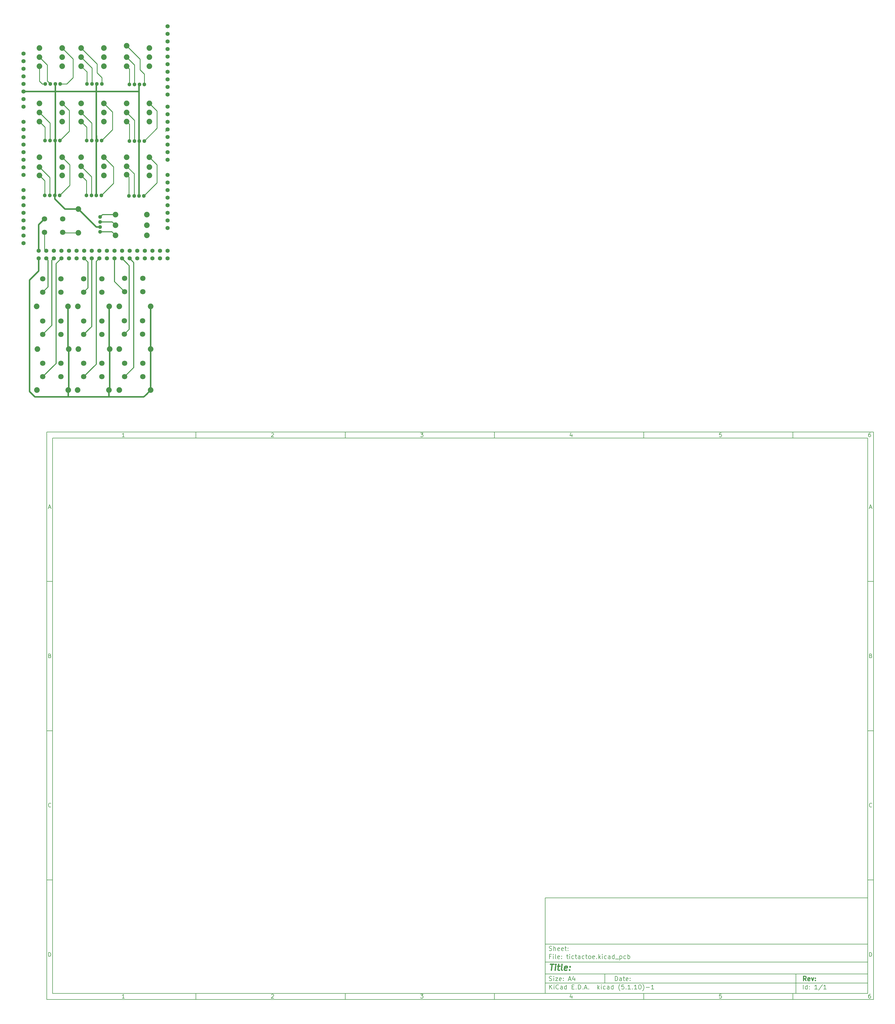
<source format=gbr>
%TF.GenerationSoftware,KiCad,Pcbnew,(5.1.10)-1*%
%TF.CreationDate,2021-10-16T16:01:45-05:00*%
%TF.ProjectId,tictactoe,74696374-6163-4746-9f65-2e6b69636164,rev?*%
%TF.SameCoordinates,Original*%
%TF.FileFunction,Copper,L2,Bot*%
%TF.FilePolarity,Positive*%
%FSLAX46Y46*%
G04 Gerber Fmt 4.6, Leading zero omitted, Abs format (unit mm)*
G04 Created by KiCad (PCBNEW (5.1.10)-1) date 2021-10-16 16:01:45*
%MOMM*%
%LPD*%
G01*
G04 APERTURE LIST*
%ADD10C,0.100000*%
%ADD11C,0.150000*%
%ADD12C,0.300000*%
%ADD13C,0.400000*%
%TA.AperFunction,ViaPad*%
%ADD14C,1.879600*%
%TD*%
%TA.AperFunction,ViaPad*%
%ADD15C,1.800000*%
%TD*%
%TA.AperFunction,ViaPad*%
%ADD16C,1.300000*%
%TD*%
%TA.AperFunction,ViaPad*%
%ADD17C,1.422400*%
%TD*%
%TA.AperFunction,Conductor*%
%ADD18C,0.500000*%
%TD*%
%TA.AperFunction,Conductor*%
%ADD19C,0.300000*%
%TD*%
%TA.AperFunction,Conductor*%
%ADD20C,0.250000*%
%TD*%
G04 APERTURE END LIST*
D10*
D11*
X177002200Y-166007200D02*
X177002200Y-198007200D01*
X285002200Y-198007200D01*
X285002200Y-166007200D01*
X177002200Y-166007200D01*
D10*
D11*
X10000000Y-10000000D02*
X10000000Y-200007200D01*
X287002200Y-200007200D01*
X287002200Y-10000000D01*
X10000000Y-10000000D01*
D10*
D11*
X12000000Y-12000000D02*
X12000000Y-198007200D01*
X285002200Y-198007200D01*
X285002200Y-12000000D01*
X12000000Y-12000000D01*
D10*
D11*
X60000000Y-12000000D02*
X60000000Y-10000000D01*
D10*
D11*
X110000000Y-12000000D02*
X110000000Y-10000000D01*
D10*
D11*
X160000000Y-12000000D02*
X160000000Y-10000000D01*
D10*
D11*
X210000000Y-12000000D02*
X210000000Y-10000000D01*
D10*
D11*
X260000000Y-12000000D02*
X260000000Y-10000000D01*
D10*
D11*
X36065476Y-11588095D02*
X35322619Y-11588095D01*
X35694047Y-11588095D02*
X35694047Y-10288095D01*
X35570238Y-10473809D01*
X35446428Y-10597619D01*
X35322619Y-10659523D01*
D10*
D11*
X85322619Y-10411904D02*
X85384523Y-10350000D01*
X85508333Y-10288095D01*
X85817857Y-10288095D01*
X85941666Y-10350000D01*
X86003571Y-10411904D01*
X86065476Y-10535714D01*
X86065476Y-10659523D01*
X86003571Y-10845238D01*
X85260714Y-11588095D01*
X86065476Y-11588095D01*
D10*
D11*
X135260714Y-10288095D02*
X136065476Y-10288095D01*
X135632142Y-10783333D01*
X135817857Y-10783333D01*
X135941666Y-10845238D01*
X136003571Y-10907142D01*
X136065476Y-11030952D01*
X136065476Y-11340476D01*
X136003571Y-11464285D01*
X135941666Y-11526190D01*
X135817857Y-11588095D01*
X135446428Y-11588095D01*
X135322619Y-11526190D01*
X135260714Y-11464285D01*
D10*
D11*
X185941666Y-10721428D02*
X185941666Y-11588095D01*
X185632142Y-10226190D02*
X185322619Y-11154761D01*
X186127380Y-11154761D01*
D10*
D11*
X236003571Y-10288095D02*
X235384523Y-10288095D01*
X235322619Y-10907142D01*
X235384523Y-10845238D01*
X235508333Y-10783333D01*
X235817857Y-10783333D01*
X235941666Y-10845238D01*
X236003571Y-10907142D01*
X236065476Y-11030952D01*
X236065476Y-11340476D01*
X236003571Y-11464285D01*
X235941666Y-11526190D01*
X235817857Y-11588095D01*
X235508333Y-11588095D01*
X235384523Y-11526190D01*
X235322619Y-11464285D01*
D10*
D11*
X285941666Y-10288095D02*
X285694047Y-10288095D01*
X285570238Y-10350000D01*
X285508333Y-10411904D01*
X285384523Y-10597619D01*
X285322619Y-10845238D01*
X285322619Y-11340476D01*
X285384523Y-11464285D01*
X285446428Y-11526190D01*
X285570238Y-11588095D01*
X285817857Y-11588095D01*
X285941666Y-11526190D01*
X286003571Y-11464285D01*
X286065476Y-11340476D01*
X286065476Y-11030952D01*
X286003571Y-10907142D01*
X285941666Y-10845238D01*
X285817857Y-10783333D01*
X285570238Y-10783333D01*
X285446428Y-10845238D01*
X285384523Y-10907142D01*
X285322619Y-11030952D01*
D10*
D11*
X60000000Y-198007200D02*
X60000000Y-200007200D01*
D10*
D11*
X110000000Y-198007200D02*
X110000000Y-200007200D01*
D10*
D11*
X160000000Y-198007200D02*
X160000000Y-200007200D01*
D10*
D11*
X210000000Y-198007200D02*
X210000000Y-200007200D01*
D10*
D11*
X260000000Y-198007200D02*
X260000000Y-200007200D01*
D10*
D11*
X36065476Y-199595295D02*
X35322619Y-199595295D01*
X35694047Y-199595295D02*
X35694047Y-198295295D01*
X35570238Y-198481009D01*
X35446428Y-198604819D01*
X35322619Y-198666723D01*
D10*
D11*
X85322619Y-198419104D02*
X85384523Y-198357200D01*
X85508333Y-198295295D01*
X85817857Y-198295295D01*
X85941666Y-198357200D01*
X86003571Y-198419104D01*
X86065476Y-198542914D01*
X86065476Y-198666723D01*
X86003571Y-198852438D01*
X85260714Y-199595295D01*
X86065476Y-199595295D01*
D10*
D11*
X135260714Y-198295295D02*
X136065476Y-198295295D01*
X135632142Y-198790533D01*
X135817857Y-198790533D01*
X135941666Y-198852438D01*
X136003571Y-198914342D01*
X136065476Y-199038152D01*
X136065476Y-199347676D01*
X136003571Y-199471485D01*
X135941666Y-199533390D01*
X135817857Y-199595295D01*
X135446428Y-199595295D01*
X135322619Y-199533390D01*
X135260714Y-199471485D01*
D10*
D11*
X185941666Y-198728628D02*
X185941666Y-199595295D01*
X185632142Y-198233390D02*
X185322619Y-199161961D01*
X186127380Y-199161961D01*
D10*
D11*
X236003571Y-198295295D02*
X235384523Y-198295295D01*
X235322619Y-198914342D01*
X235384523Y-198852438D01*
X235508333Y-198790533D01*
X235817857Y-198790533D01*
X235941666Y-198852438D01*
X236003571Y-198914342D01*
X236065476Y-199038152D01*
X236065476Y-199347676D01*
X236003571Y-199471485D01*
X235941666Y-199533390D01*
X235817857Y-199595295D01*
X235508333Y-199595295D01*
X235384523Y-199533390D01*
X235322619Y-199471485D01*
D10*
D11*
X285941666Y-198295295D02*
X285694047Y-198295295D01*
X285570238Y-198357200D01*
X285508333Y-198419104D01*
X285384523Y-198604819D01*
X285322619Y-198852438D01*
X285322619Y-199347676D01*
X285384523Y-199471485D01*
X285446428Y-199533390D01*
X285570238Y-199595295D01*
X285817857Y-199595295D01*
X285941666Y-199533390D01*
X286003571Y-199471485D01*
X286065476Y-199347676D01*
X286065476Y-199038152D01*
X286003571Y-198914342D01*
X285941666Y-198852438D01*
X285817857Y-198790533D01*
X285570238Y-198790533D01*
X285446428Y-198852438D01*
X285384523Y-198914342D01*
X285322619Y-199038152D01*
D10*
D11*
X10000000Y-60000000D02*
X12000000Y-60000000D01*
D10*
D11*
X10000000Y-110000000D02*
X12000000Y-110000000D01*
D10*
D11*
X10000000Y-160000000D02*
X12000000Y-160000000D01*
D10*
D11*
X10690476Y-35216666D02*
X11309523Y-35216666D01*
X10566666Y-35588095D02*
X11000000Y-34288095D01*
X11433333Y-35588095D01*
D10*
D11*
X11092857Y-84907142D02*
X11278571Y-84969047D01*
X11340476Y-85030952D01*
X11402380Y-85154761D01*
X11402380Y-85340476D01*
X11340476Y-85464285D01*
X11278571Y-85526190D01*
X11154761Y-85588095D01*
X10659523Y-85588095D01*
X10659523Y-84288095D01*
X11092857Y-84288095D01*
X11216666Y-84350000D01*
X11278571Y-84411904D01*
X11340476Y-84535714D01*
X11340476Y-84659523D01*
X11278571Y-84783333D01*
X11216666Y-84845238D01*
X11092857Y-84907142D01*
X10659523Y-84907142D01*
D10*
D11*
X11402380Y-135464285D02*
X11340476Y-135526190D01*
X11154761Y-135588095D01*
X11030952Y-135588095D01*
X10845238Y-135526190D01*
X10721428Y-135402380D01*
X10659523Y-135278571D01*
X10597619Y-135030952D01*
X10597619Y-134845238D01*
X10659523Y-134597619D01*
X10721428Y-134473809D01*
X10845238Y-134350000D01*
X11030952Y-134288095D01*
X11154761Y-134288095D01*
X11340476Y-134350000D01*
X11402380Y-134411904D01*
D10*
D11*
X10659523Y-185588095D02*
X10659523Y-184288095D01*
X10969047Y-184288095D01*
X11154761Y-184350000D01*
X11278571Y-184473809D01*
X11340476Y-184597619D01*
X11402380Y-184845238D01*
X11402380Y-185030952D01*
X11340476Y-185278571D01*
X11278571Y-185402380D01*
X11154761Y-185526190D01*
X10969047Y-185588095D01*
X10659523Y-185588095D01*
D10*
D11*
X287002200Y-60000000D02*
X285002200Y-60000000D01*
D10*
D11*
X287002200Y-110000000D02*
X285002200Y-110000000D01*
D10*
D11*
X287002200Y-160000000D02*
X285002200Y-160000000D01*
D10*
D11*
X285692676Y-35216666D02*
X286311723Y-35216666D01*
X285568866Y-35588095D02*
X286002200Y-34288095D01*
X286435533Y-35588095D01*
D10*
D11*
X286095057Y-84907142D02*
X286280771Y-84969047D01*
X286342676Y-85030952D01*
X286404580Y-85154761D01*
X286404580Y-85340476D01*
X286342676Y-85464285D01*
X286280771Y-85526190D01*
X286156961Y-85588095D01*
X285661723Y-85588095D01*
X285661723Y-84288095D01*
X286095057Y-84288095D01*
X286218866Y-84350000D01*
X286280771Y-84411904D01*
X286342676Y-84535714D01*
X286342676Y-84659523D01*
X286280771Y-84783333D01*
X286218866Y-84845238D01*
X286095057Y-84907142D01*
X285661723Y-84907142D01*
D10*
D11*
X286404580Y-135464285D02*
X286342676Y-135526190D01*
X286156961Y-135588095D01*
X286033152Y-135588095D01*
X285847438Y-135526190D01*
X285723628Y-135402380D01*
X285661723Y-135278571D01*
X285599819Y-135030952D01*
X285599819Y-134845238D01*
X285661723Y-134597619D01*
X285723628Y-134473809D01*
X285847438Y-134350000D01*
X286033152Y-134288095D01*
X286156961Y-134288095D01*
X286342676Y-134350000D01*
X286404580Y-134411904D01*
D10*
D11*
X285661723Y-185588095D02*
X285661723Y-184288095D01*
X285971247Y-184288095D01*
X286156961Y-184350000D01*
X286280771Y-184473809D01*
X286342676Y-184597619D01*
X286404580Y-184845238D01*
X286404580Y-185030952D01*
X286342676Y-185278571D01*
X286280771Y-185402380D01*
X286156961Y-185526190D01*
X285971247Y-185588095D01*
X285661723Y-185588095D01*
D10*
D11*
X200434342Y-193785771D02*
X200434342Y-192285771D01*
X200791485Y-192285771D01*
X201005771Y-192357200D01*
X201148628Y-192500057D01*
X201220057Y-192642914D01*
X201291485Y-192928628D01*
X201291485Y-193142914D01*
X201220057Y-193428628D01*
X201148628Y-193571485D01*
X201005771Y-193714342D01*
X200791485Y-193785771D01*
X200434342Y-193785771D01*
X202577200Y-193785771D02*
X202577200Y-193000057D01*
X202505771Y-192857200D01*
X202362914Y-192785771D01*
X202077200Y-192785771D01*
X201934342Y-192857200D01*
X202577200Y-193714342D02*
X202434342Y-193785771D01*
X202077200Y-193785771D01*
X201934342Y-193714342D01*
X201862914Y-193571485D01*
X201862914Y-193428628D01*
X201934342Y-193285771D01*
X202077200Y-193214342D01*
X202434342Y-193214342D01*
X202577200Y-193142914D01*
X203077200Y-192785771D02*
X203648628Y-192785771D01*
X203291485Y-192285771D02*
X203291485Y-193571485D01*
X203362914Y-193714342D01*
X203505771Y-193785771D01*
X203648628Y-193785771D01*
X204720057Y-193714342D02*
X204577200Y-193785771D01*
X204291485Y-193785771D01*
X204148628Y-193714342D01*
X204077200Y-193571485D01*
X204077200Y-193000057D01*
X204148628Y-192857200D01*
X204291485Y-192785771D01*
X204577200Y-192785771D01*
X204720057Y-192857200D01*
X204791485Y-193000057D01*
X204791485Y-193142914D01*
X204077200Y-193285771D01*
X205434342Y-193642914D02*
X205505771Y-193714342D01*
X205434342Y-193785771D01*
X205362914Y-193714342D01*
X205434342Y-193642914D01*
X205434342Y-193785771D01*
X205434342Y-192857200D02*
X205505771Y-192928628D01*
X205434342Y-193000057D01*
X205362914Y-192928628D01*
X205434342Y-192857200D01*
X205434342Y-193000057D01*
D10*
D11*
X177002200Y-194507200D02*
X285002200Y-194507200D01*
D10*
D11*
X178434342Y-196585771D02*
X178434342Y-195085771D01*
X179291485Y-196585771D02*
X178648628Y-195728628D01*
X179291485Y-195085771D02*
X178434342Y-195942914D01*
X179934342Y-196585771D02*
X179934342Y-195585771D01*
X179934342Y-195085771D02*
X179862914Y-195157200D01*
X179934342Y-195228628D01*
X180005771Y-195157200D01*
X179934342Y-195085771D01*
X179934342Y-195228628D01*
X181505771Y-196442914D02*
X181434342Y-196514342D01*
X181220057Y-196585771D01*
X181077200Y-196585771D01*
X180862914Y-196514342D01*
X180720057Y-196371485D01*
X180648628Y-196228628D01*
X180577200Y-195942914D01*
X180577200Y-195728628D01*
X180648628Y-195442914D01*
X180720057Y-195300057D01*
X180862914Y-195157200D01*
X181077200Y-195085771D01*
X181220057Y-195085771D01*
X181434342Y-195157200D01*
X181505771Y-195228628D01*
X182791485Y-196585771D02*
X182791485Y-195800057D01*
X182720057Y-195657200D01*
X182577200Y-195585771D01*
X182291485Y-195585771D01*
X182148628Y-195657200D01*
X182791485Y-196514342D02*
X182648628Y-196585771D01*
X182291485Y-196585771D01*
X182148628Y-196514342D01*
X182077200Y-196371485D01*
X182077200Y-196228628D01*
X182148628Y-196085771D01*
X182291485Y-196014342D01*
X182648628Y-196014342D01*
X182791485Y-195942914D01*
X184148628Y-196585771D02*
X184148628Y-195085771D01*
X184148628Y-196514342D02*
X184005771Y-196585771D01*
X183720057Y-196585771D01*
X183577200Y-196514342D01*
X183505771Y-196442914D01*
X183434342Y-196300057D01*
X183434342Y-195871485D01*
X183505771Y-195728628D01*
X183577200Y-195657200D01*
X183720057Y-195585771D01*
X184005771Y-195585771D01*
X184148628Y-195657200D01*
X186005771Y-195800057D02*
X186505771Y-195800057D01*
X186720057Y-196585771D02*
X186005771Y-196585771D01*
X186005771Y-195085771D01*
X186720057Y-195085771D01*
X187362914Y-196442914D02*
X187434342Y-196514342D01*
X187362914Y-196585771D01*
X187291485Y-196514342D01*
X187362914Y-196442914D01*
X187362914Y-196585771D01*
X188077200Y-196585771D02*
X188077200Y-195085771D01*
X188434342Y-195085771D01*
X188648628Y-195157200D01*
X188791485Y-195300057D01*
X188862914Y-195442914D01*
X188934342Y-195728628D01*
X188934342Y-195942914D01*
X188862914Y-196228628D01*
X188791485Y-196371485D01*
X188648628Y-196514342D01*
X188434342Y-196585771D01*
X188077200Y-196585771D01*
X189577200Y-196442914D02*
X189648628Y-196514342D01*
X189577200Y-196585771D01*
X189505771Y-196514342D01*
X189577200Y-196442914D01*
X189577200Y-196585771D01*
X190220057Y-196157200D02*
X190934342Y-196157200D01*
X190077200Y-196585771D02*
X190577200Y-195085771D01*
X191077200Y-196585771D01*
X191577200Y-196442914D02*
X191648628Y-196514342D01*
X191577200Y-196585771D01*
X191505771Y-196514342D01*
X191577200Y-196442914D01*
X191577200Y-196585771D01*
X194577200Y-196585771D02*
X194577200Y-195085771D01*
X194720057Y-196014342D02*
X195148628Y-196585771D01*
X195148628Y-195585771D02*
X194577200Y-196157200D01*
X195791485Y-196585771D02*
X195791485Y-195585771D01*
X195791485Y-195085771D02*
X195720057Y-195157200D01*
X195791485Y-195228628D01*
X195862914Y-195157200D01*
X195791485Y-195085771D01*
X195791485Y-195228628D01*
X197148628Y-196514342D02*
X197005771Y-196585771D01*
X196720057Y-196585771D01*
X196577200Y-196514342D01*
X196505771Y-196442914D01*
X196434342Y-196300057D01*
X196434342Y-195871485D01*
X196505771Y-195728628D01*
X196577200Y-195657200D01*
X196720057Y-195585771D01*
X197005771Y-195585771D01*
X197148628Y-195657200D01*
X198434342Y-196585771D02*
X198434342Y-195800057D01*
X198362914Y-195657200D01*
X198220057Y-195585771D01*
X197934342Y-195585771D01*
X197791485Y-195657200D01*
X198434342Y-196514342D02*
X198291485Y-196585771D01*
X197934342Y-196585771D01*
X197791485Y-196514342D01*
X197720057Y-196371485D01*
X197720057Y-196228628D01*
X197791485Y-196085771D01*
X197934342Y-196014342D01*
X198291485Y-196014342D01*
X198434342Y-195942914D01*
X199791485Y-196585771D02*
X199791485Y-195085771D01*
X199791485Y-196514342D02*
X199648628Y-196585771D01*
X199362914Y-196585771D01*
X199220057Y-196514342D01*
X199148628Y-196442914D01*
X199077200Y-196300057D01*
X199077200Y-195871485D01*
X199148628Y-195728628D01*
X199220057Y-195657200D01*
X199362914Y-195585771D01*
X199648628Y-195585771D01*
X199791485Y-195657200D01*
X202077200Y-197157200D02*
X202005771Y-197085771D01*
X201862914Y-196871485D01*
X201791485Y-196728628D01*
X201720057Y-196514342D01*
X201648628Y-196157200D01*
X201648628Y-195871485D01*
X201720057Y-195514342D01*
X201791485Y-195300057D01*
X201862914Y-195157200D01*
X202005771Y-194942914D01*
X202077200Y-194871485D01*
X203362914Y-195085771D02*
X202648628Y-195085771D01*
X202577200Y-195800057D01*
X202648628Y-195728628D01*
X202791485Y-195657200D01*
X203148628Y-195657200D01*
X203291485Y-195728628D01*
X203362914Y-195800057D01*
X203434342Y-195942914D01*
X203434342Y-196300057D01*
X203362914Y-196442914D01*
X203291485Y-196514342D01*
X203148628Y-196585771D01*
X202791485Y-196585771D01*
X202648628Y-196514342D01*
X202577200Y-196442914D01*
X204077200Y-196442914D02*
X204148628Y-196514342D01*
X204077200Y-196585771D01*
X204005771Y-196514342D01*
X204077200Y-196442914D01*
X204077200Y-196585771D01*
X205577200Y-196585771D02*
X204720057Y-196585771D01*
X205148628Y-196585771D02*
X205148628Y-195085771D01*
X205005771Y-195300057D01*
X204862914Y-195442914D01*
X204720057Y-195514342D01*
X206220057Y-196442914D02*
X206291485Y-196514342D01*
X206220057Y-196585771D01*
X206148628Y-196514342D01*
X206220057Y-196442914D01*
X206220057Y-196585771D01*
X207720057Y-196585771D02*
X206862914Y-196585771D01*
X207291485Y-196585771D02*
X207291485Y-195085771D01*
X207148628Y-195300057D01*
X207005771Y-195442914D01*
X206862914Y-195514342D01*
X208648628Y-195085771D02*
X208791485Y-195085771D01*
X208934342Y-195157200D01*
X209005771Y-195228628D01*
X209077200Y-195371485D01*
X209148628Y-195657200D01*
X209148628Y-196014342D01*
X209077200Y-196300057D01*
X209005771Y-196442914D01*
X208934342Y-196514342D01*
X208791485Y-196585771D01*
X208648628Y-196585771D01*
X208505771Y-196514342D01*
X208434342Y-196442914D01*
X208362914Y-196300057D01*
X208291485Y-196014342D01*
X208291485Y-195657200D01*
X208362914Y-195371485D01*
X208434342Y-195228628D01*
X208505771Y-195157200D01*
X208648628Y-195085771D01*
X209648628Y-197157200D02*
X209720057Y-197085771D01*
X209862914Y-196871485D01*
X209934342Y-196728628D01*
X210005771Y-196514342D01*
X210077200Y-196157200D01*
X210077200Y-195871485D01*
X210005771Y-195514342D01*
X209934342Y-195300057D01*
X209862914Y-195157200D01*
X209720057Y-194942914D01*
X209648628Y-194871485D01*
X210791485Y-196014342D02*
X211934342Y-196014342D01*
X213434342Y-196585771D02*
X212577200Y-196585771D01*
X213005771Y-196585771D02*
X213005771Y-195085771D01*
X212862914Y-195300057D01*
X212720057Y-195442914D01*
X212577200Y-195514342D01*
D10*
D11*
X177002200Y-191507200D02*
X285002200Y-191507200D01*
D10*
D12*
X264411485Y-193785771D02*
X263911485Y-193071485D01*
X263554342Y-193785771D02*
X263554342Y-192285771D01*
X264125771Y-192285771D01*
X264268628Y-192357200D01*
X264340057Y-192428628D01*
X264411485Y-192571485D01*
X264411485Y-192785771D01*
X264340057Y-192928628D01*
X264268628Y-193000057D01*
X264125771Y-193071485D01*
X263554342Y-193071485D01*
X265625771Y-193714342D02*
X265482914Y-193785771D01*
X265197200Y-193785771D01*
X265054342Y-193714342D01*
X264982914Y-193571485D01*
X264982914Y-193000057D01*
X265054342Y-192857200D01*
X265197200Y-192785771D01*
X265482914Y-192785771D01*
X265625771Y-192857200D01*
X265697200Y-193000057D01*
X265697200Y-193142914D01*
X264982914Y-193285771D01*
X266197200Y-192785771D02*
X266554342Y-193785771D01*
X266911485Y-192785771D01*
X267482914Y-193642914D02*
X267554342Y-193714342D01*
X267482914Y-193785771D01*
X267411485Y-193714342D01*
X267482914Y-193642914D01*
X267482914Y-193785771D01*
X267482914Y-192857200D02*
X267554342Y-192928628D01*
X267482914Y-193000057D01*
X267411485Y-192928628D01*
X267482914Y-192857200D01*
X267482914Y-193000057D01*
D10*
D11*
X178362914Y-193714342D02*
X178577200Y-193785771D01*
X178934342Y-193785771D01*
X179077200Y-193714342D01*
X179148628Y-193642914D01*
X179220057Y-193500057D01*
X179220057Y-193357200D01*
X179148628Y-193214342D01*
X179077200Y-193142914D01*
X178934342Y-193071485D01*
X178648628Y-193000057D01*
X178505771Y-192928628D01*
X178434342Y-192857200D01*
X178362914Y-192714342D01*
X178362914Y-192571485D01*
X178434342Y-192428628D01*
X178505771Y-192357200D01*
X178648628Y-192285771D01*
X179005771Y-192285771D01*
X179220057Y-192357200D01*
X179862914Y-193785771D02*
X179862914Y-192785771D01*
X179862914Y-192285771D02*
X179791485Y-192357200D01*
X179862914Y-192428628D01*
X179934342Y-192357200D01*
X179862914Y-192285771D01*
X179862914Y-192428628D01*
X180434342Y-192785771D02*
X181220057Y-192785771D01*
X180434342Y-193785771D01*
X181220057Y-193785771D01*
X182362914Y-193714342D02*
X182220057Y-193785771D01*
X181934342Y-193785771D01*
X181791485Y-193714342D01*
X181720057Y-193571485D01*
X181720057Y-193000057D01*
X181791485Y-192857200D01*
X181934342Y-192785771D01*
X182220057Y-192785771D01*
X182362914Y-192857200D01*
X182434342Y-193000057D01*
X182434342Y-193142914D01*
X181720057Y-193285771D01*
X183077200Y-193642914D02*
X183148628Y-193714342D01*
X183077200Y-193785771D01*
X183005771Y-193714342D01*
X183077200Y-193642914D01*
X183077200Y-193785771D01*
X183077200Y-192857200D02*
X183148628Y-192928628D01*
X183077200Y-193000057D01*
X183005771Y-192928628D01*
X183077200Y-192857200D01*
X183077200Y-193000057D01*
X184862914Y-193357200D02*
X185577200Y-193357200D01*
X184720057Y-193785771D02*
X185220057Y-192285771D01*
X185720057Y-193785771D01*
X186862914Y-192785771D02*
X186862914Y-193785771D01*
X186505771Y-192214342D02*
X186148628Y-193285771D01*
X187077200Y-193285771D01*
D10*
D11*
X263434342Y-196585771D02*
X263434342Y-195085771D01*
X264791485Y-196585771D02*
X264791485Y-195085771D01*
X264791485Y-196514342D02*
X264648628Y-196585771D01*
X264362914Y-196585771D01*
X264220057Y-196514342D01*
X264148628Y-196442914D01*
X264077200Y-196300057D01*
X264077200Y-195871485D01*
X264148628Y-195728628D01*
X264220057Y-195657200D01*
X264362914Y-195585771D01*
X264648628Y-195585771D01*
X264791485Y-195657200D01*
X265505771Y-196442914D02*
X265577200Y-196514342D01*
X265505771Y-196585771D01*
X265434342Y-196514342D01*
X265505771Y-196442914D01*
X265505771Y-196585771D01*
X265505771Y-195657200D02*
X265577200Y-195728628D01*
X265505771Y-195800057D01*
X265434342Y-195728628D01*
X265505771Y-195657200D01*
X265505771Y-195800057D01*
X268148628Y-196585771D02*
X267291485Y-196585771D01*
X267720057Y-196585771D02*
X267720057Y-195085771D01*
X267577200Y-195300057D01*
X267434342Y-195442914D01*
X267291485Y-195514342D01*
X269862914Y-195014342D02*
X268577200Y-196942914D01*
X271148628Y-196585771D02*
X270291485Y-196585771D01*
X270720057Y-196585771D02*
X270720057Y-195085771D01*
X270577200Y-195300057D01*
X270434342Y-195442914D01*
X270291485Y-195514342D01*
D10*
D11*
X177002200Y-187507200D02*
X285002200Y-187507200D01*
D10*
D13*
X178714580Y-188211961D02*
X179857438Y-188211961D01*
X179036009Y-190211961D02*
X179286009Y-188211961D01*
X180274104Y-190211961D02*
X180440771Y-188878628D01*
X180524104Y-188211961D02*
X180416961Y-188307200D01*
X180500295Y-188402438D01*
X180607438Y-188307200D01*
X180524104Y-188211961D01*
X180500295Y-188402438D01*
X181107438Y-188878628D02*
X181869342Y-188878628D01*
X181476485Y-188211961D02*
X181262200Y-189926247D01*
X181333628Y-190116723D01*
X181512200Y-190211961D01*
X181702676Y-190211961D01*
X182655057Y-190211961D02*
X182476485Y-190116723D01*
X182405057Y-189926247D01*
X182619342Y-188211961D01*
X184190771Y-190116723D02*
X183988390Y-190211961D01*
X183607438Y-190211961D01*
X183428866Y-190116723D01*
X183357438Y-189926247D01*
X183452676Y-189164342D01*
X183571723Y-188973866D01*
X183774104Y-188878628D01*
X184155057Y-188878628D01*
X184333628Y-188973866D01*
X184405057Y-189164342D01*
X184381247Y-189354819D01*
X183405057Y-189545295D01*
X185155057Y-190021485D02*
X185238390Y-190116723D01*
X185131247Y-190211961D01*
X185047914Y-190116723D01*
X185155057Y-190021485D01*
X185131247Y-190211961D01*
X185286009Y-188973866D02*
X185369342Y-189069104D01*
X185262200Y-189164342D01*
X185178866Y-189069104D01*
X185286009Y-188973866D01*
X185262200Y-189164342D01*
D10*
D11*
X178934342Y-185600057D02*
X178434342Y-185600057D01*
X178434342Y-186385771D02*
X178434342Y-184885771D01*
X179148628Y-184885771D01*
X179720057Y-186385771D02*
X179720057Y-185385771D01*
X179720057Y-184885771D02*
X179648628Y-184957200D01*
X179720057Y-185028628D01*
X179791485Y-184957200D01*
X179720057Y-184885771D01*
X179720057Y-185028628D01*
X180648628Y-186385771D02*
X180505771Y-186314342D01*
X180434342Y-186171485D01*
X180434342Y-184885771D01*
X181791485Y-186314342D02*
X181648628Y-186385771D01*
X181362914Y-186385771D01*
X181220057Y-186314342D01*
X181148628Y-186171485D01*
X181148628Y-185600057D01*
X181220057Y-185457200D01*
X181362914Y-185385771D01*
X181648628Y-185385771D01*
X181791485Y-185457200D01*
X181862914Y-185600057D01*
X181862914Y-185742914D01*
X181148628Y-185885771D01*
X182505771Y-186242914D02*
X182577200Y-186314342D01*
X182505771Y-186385771D01*
X182434342Y-186314342D01*
X182505771Y-186242914D01*
X182505771Y-186385771D01*
X182505771Y-185457200D02*
X182577200Y-185528628D01*
X182505771Y-185600057D01*
X182434342Y-185528628D01*
X182505771Y-185457200D01*
X182505771Y-185600057D01*
X184148628Y-185385771D02*
X184720057Y-185385771D01*
X184362914Y-184885771D02*
X184362914Y-186171485D01*
X184434342Y-186314342D01*
X184577200Y-186385771D01*
X184720057Y-186385771D01*
X185220057Y-186385771D02*
X185220057Y-185385771D01*
X185220057Y-184885771D02*
X185148628Y-184957200D01*
X185220057Y-185028628D01*
X185291485Y-184957200D01*
X185220057Y-184885771D01*
X185220057Y-185028628D01*
X186577200Y-186314342D02*
X186434342Y-186385771D01*
X186148628Y-186385771D01*
X186005771Y-186314342D01*
X185934342Y-186242914D01*
X185862914Y-186100057D01*
X185862914Y-185671485D01*
X185934342Y-185528628D01*
X186005771Y-185457200D01*
X186148628Y-185385771D01*
X186434342Y-185385771D01*
X186577200Y-185457200D01*
X187005771Y-185385771D02*
X187577200Y-185385771D01*
X187220057Y-184885771D02*
X187220057Y-186171485D01*
X187291485Y-186314342D01*
X187434342Y-186385771D01*
X187577200Y-186385771D01*
X188720057Y-186385771D02*
X188720057Y-185600057D01*
X188648628Y-185457200D01*
X188505771Y-185385771D01*
X188220057Y-185385771D01*
X188077200Y-185457200D01*
X188720057Y-186314342D02*
X188577200Y-186385771D01*
X188220057Y-186385771D01*
X188077200Y-186314342D01*
X188005771Y-186171485D01*
X188005771Y-186028628D01*
X188077200Y-185885771D01*
X188220057Y-185814342D01*
X188577200Y-185814342D01*
X188720057Y-185742914D01*
X190077200Y-186314342D02*
X189934342Y-186385771D01*
X189648628Y-186385771D01*
X189505771Y-186314342D01*
X189434342Y-186242914D01*
X189362914Y-186100057D01*
X189362914Y-185671485D01*
X189434342Y-185528628D01*
X189505771Y-185457200D01*
X189648628Y-185385771D01*
X189934342Y-185385771D01*
X190077200Y-185457200D01*
X190505771Y-185385771D02*
X191077200Y-185385771D01*
X190720057Y-184885771D02*
X190720057Y-186171485D01*
X190791485Y-186314342D01*
X190934342Y-186385771D01*
X191077200Y-186385771D01*
X191791485Y-186385771D02*
X191648628Y-186314342D01*
X191577200Y-186242914D01*
X191505771Y-186100057D01*
X191505771Y-185671485D01*
X191577200Y-185528628D01*
X191648628Y-185457200D01*
X191791485Y-185385771D01*
X192005771Y-185385771D01*
X192148628Y-185457200D01*
X192220057Y-185528628D01*
X192291485Y-185671485D01*
X192291485Y-186100057D01*
X192220057Y-186242914D01*
X192148628Y-186314342D01*
X192005771Y-186385771D01*
X191791485Y-186385771D01*
X193505771Y-186314342D02*
X193362914Y-186385771D01*
X193077200Y-186385771D01*
X192934342Y-186314342D01*
X192862914Y-186171485D01*
X192862914Y-185600057D01*
X192934342Y-185457200D01*
X193077200Y-185385771D01*
X193362914Y-185385771D01*
X193505771Y-185457200D01*
X193577200Y-185600057D01*
X193577200Y-185742914D01*
X192862914Y-185885771D01*
X194220057Y-186242914D02*
X194291485Y-186314342D01*
X194220057Y-186385771D01*
X194148628Y-186314342D01*
X194220057Y-186242914D01*
X194220057Y-186385771D01*
X194934342Y-186385771D02*
X194934342Y-184885771D01*
X195077200Y-185814342D02*
X195505771Y-186385771D01*
X195505771Y-185385771D02*
X194934342Y-185957200D01*
X196148628Y-186385771D02*
X196148628Y-185385771D01*
X196148628Y-184885771D02*
X196077200Y-184957200D01*
X196148628Y-185028628D01*
X196220057Y-184957200D01*
X196148628Y-184885771D01*
X196148628Y-185028628D01*
X197505771Y-186314342D02*
X197362914Y-186385771D01*
X197077200Y-186385771D01*
X196934342Y-186314342D01*
X196862914Y-186242914D01*
X196791485Y-186100057D01*
X196791485Y-185671485D01*
X196862914Y-185528628D01*
X196934342Y-185457200D01*
X197077200Y-185385771D01*
X197362914Y-185385771D01*
X197505771Y-185457200D01*
X198791485Y-186385771D02*
X198791485Y-185600057D01*
X198720057Y-185457200D01*
X198577200Y-185385771D01*
X198291485Y-185385771D01*
X198148628Y-185457200D01*
X198791485Y-186314342D02*
X198648628Y-186385771D01*
X198291485Y-186385771D01*
X198148628Y-186314342D01*
X198077200Y-186171485D01*
X198077200Y-186028628D01*
X198148628Y-185885771D01*
X198291485Y-185814342D01*
X198648628Y-185814342D01*
X198791485Y-185742914D01*
X200148628Y-186385771D02*
X200148628Y-184885771D01*
X200148628Y-186314342D02*
X200005771Y-186385771D01*
X199720057Y-186385771D01*
X199577200Y-186314342D01*
X199505771Y-186242914D01*
X199434342Y-186100057D01*
X199434342Y-185671485D01*
X199505771Y-185528628D01*
X199577200Y-185457200D01*
X199720057Y-185385771D01*
X200005771Y-185385771D01*
X200148628Y-185457200D01*
X200505771Y-186528628D02*
X201648628Y-186528628D01*
X202005771Y-185385771D02*
X202005771Y-186885771D01*
X202005771Y-185457200D02*
X202148628Y-185385771D01*
X202434342Y-185385771D01*
X202577200Y-185457200D01*
X202648628Y-185528628D01*
X202720057Y-185671485D01*
X202720057Y-186100057D01*
X202648628Y-186242914D01*
X202577200Y-186314342D01*
X202434342Y-186385771D01*
X202148628Y-186385771D01*
X202005771Y-186314342D01*
X204005771Y-186314342D02*
X203862914Y-186385771D01*
X203577200Y-186385771D01*
X203434342Y-186314342D01*
X203362914Y-186242914D01*
X203291485Y-186100057D01*
X203291485Y-185671485D01*
X203362914Y-185528628D01*
X203434342Y-185457200D01*
X203577200Y-185385771D01*
X203862914Y-185385771D01*
X204005771Y-185457200D01*
X204648628Y-186385771D02*
X204648628Y-184885771D01*
X204648628Y-185457200D02*
X204791485Y-185385771D01*
X205077200Y-185385771D01*
X205220057Y-185457200D01*
X205291485Y-185528628D01*
X205362914Y-185671485D01*
X205362914Y-186100057D01*
X205291485Y-186242914D01*
X205220057Y-186314342D01*
X205077200Y-186385771D01*
X204791485Y-186385771D01*
X204648628Y-186314342D01*
D10*
D11*
X177002200Y-181507200D02*
X285002200Y-181507200D01*
D10*
D11*
X178362914Y-183614342D02*
X178577200Y-183685771D01*
X178934342Y-183685771D01*
X179077200Y-183614342D01*
X179148628Y-183542914D01*
X179220057Y-183400057D01*
X179220057Y-183257200D01*
X179148628Y-183114342D01*
X179077200Y-183042914D01*
X178934342Y-182971485D01*
X178648628Y-182900057D01*
X178505771Y-182828628D01*
X178434342Y-182757200D01*
X178362914Y-182614342D01*
X178362914Y-182471485D01*
X178434342Y-182328628D01*
X178505771Y-182257200D01*
X178648628Y-182185771D01*
X179005771Y-182185771D01*
X179220057Y-182257200D01*
X179862914Y-183685771D02*
X179862914Y-182185771D01*
X180505771Y-183685771D02*
X180505771Y-182900057D01*
X180434342Y-182757200D01*
X180291485Y-182685771D01*
X180077200Y-182685771D01*
X179934342Y-182757200D01*
X179862914Y-182828628D01*
X181791485Y-183614342D02*
X181648628Y-183685771D01*
X181362914Y-183685771D01*
X181220057Y-183614342D01*
X181148628Y-183471485D01*
X181148628Y-182900057D01*
X181220057Y-182757200D01*
X181362914Y-182685771D01*
X181648628Y-182685771D01*
X181791485Y-182757200D01*
X181862914Y-182900057D01*
X181862914Y-183042914D01*
X181148628Y-183185771D01*
X183077200Y-183614342D02*
X182934342Y-183685771D01*
X182648628Y-183685771D01*
X182505771Y-183614342D01*
X182434342Y-183471485D01*
X182434342Y-182900057D01*
X182505771Y-182757200D01*
X182648628Y-182685771D01*
X182934342Y-182685771D01*
X183077200Y-182757200D01*
X183148628Y-182900057D01*
X183148628Y-183042914D01*
X182434342Y-183185771D01*
X183577200Y-182685771D02*
X184148628Y-182685771D01*
X183791485Y-182185771D02*
X183791485Y-183471485D01*
X183862914Y-183614342D01*
X184005771Y-183685771D01*
X184148628Y-183685771D01*
X184648628Y-183542914D02*
X184720057Y-183614342D01*
X184648628Y-183685771D01*
X184577200Y-183614342D01*
X184648628Y-183542914D01*
X184648628Y-183685771D01*
X184648628Y-182757200D02*
X184720057Y-182828628D01*
X184648628Y-182900057D01*
X184577200Y-182828628D01*
X184648628Y-182757200D01*
X184648628Y-182900057D01*
D10*
D11*
X197002200Y-191507200D02*
X197002200Y-194507200D01*
D10*
D11*
X261002200Y-191507200D02*
X261002200Y-198007200D01*
D14*
%TO.N,*%
X6624570Y32131000D03*
X17124420Y32131000D03*
X20467570Y32131000D03*
X30967420Y32131000D03*
X34310570Y32131000D03*
X44810420Y32131000D03*
X6878570Y17780000D03*
X17378420Y17780000D03*
X20594570Y17780000D03*
X31094420Y17780000D03*
X34310570Y17780000D03*
X44810420Y17780000D03*
X34310570Y4064000D03*
X44810420Y4064000D03*
X20340570Y4064000D03*
X30840420Y4064000D03*
X6751570Y4064000D03*
X17251420Y4064000D03*
D15*
X14797530Y41365930D03*
X8697460Y41365930D03*
X8697460Y36866060D03*
X14797530Y36866060D03*
X28513530Y41365930D03*
X22413460Y41365930D03*
X22413460Y36866060D03*
X28513530Y36866060D03*
X42229530Y41492930D03*
X36129460Y41492930D03*
X36129460Y36993060D03*
X42229530Y36993060D03*
X14797530Y27205430D03*
X8697460Y27205430D03*
X8697460Y22705560D03*
X14797530Y22705560D03*
X28513530Y27205430D03*
X22413460Y27205430D03*
X22413460Y22705560D03*
X28513530Y22705560D03*
X42102530Y27268930D03*
X36002460Y27268930D03*
X36002460Y22769060D03*
X42102530Y22769060D03*
X14797530Y13044930D03*
X8697460Y13044930D03*
X8697460Y8545060D03*
X14797530Y8545060D03*
X28513530Y13044930D03*
X22413460Y13044930D03*
X22413460Y8545060D03*
X28513530Y8545060D03*
X42229530Y13044930D03*
X36129460Y13044930D03*
X36129460Y8545060D03*
X42229530Y8545060D03*
D14*
X20637500Y56726070D03*
X20637500Y64685920D03*
D15*
X15369030Y61431930D03*
X9268960Y61431930D03*
X9268960Y56932060D03*
X15369030Y56932060D03*
D16*
X27940000Y62062360D03*
X27940000Y60355470D03*
X27940000Y57063630D03*
D14*
X33040570Y59309000D03*
X43540420Y59309000D03*
X33040570Y62865000D03*
X43540420Y62865000D03*
X33040570Y55880000D03*
X43540420Y55880000D03*
D17*
X2222500Y111668550D03*
X2222500Y109128550D03*
X2222500Y106588550D03*
X2222500Y104048550D03*
X2222500Y101508550D03*
X2222500Y98968550D03*
X2222500Y93888550D03*
X2222500Y91348550D03*
X2222500Y88808550D03*
X2222500Y86268550D03*
X2222500Y83728550D03*
X2222500Y81188550D03*
X50482500Y81188550D03*
X50482500Y83728550D03*
X50482500Y86268550D03*
X50482500Y88808550D03*
X50482500Y91348550D03*
X50482500Y93888550D03*
X50482500Y96428550D03*
X50482500Y98968550D03*
X50482500Y103032550D03*
X50482500Y105572550D03*
X50482500Y108112550D03*
X50482500Y110652550D03*
X50482500Y113192550D03*
X50482500Y115732550D03*
X50482500Y118272550D03*
X50482500Y120812550D03*
X2222500Y78648550D03*
X2222500Y76108550D03*
X2222500Y71028550D03*
X2222500Y68488550D03*
X2222500Y65948550D03*
X2222500Y63408550D03*
X2222500Y60868550D03*
X2222500Y58328550D03*
X2222500Y55788550D03*
X2222500Y53248550D03*
X50482500Y76108550D03*
X50482500Y73568550D03*
X50482500Y71028550D03*
X50482500Y68488550D03*
X50482500Y65948550D03*
X50482500Y63408550D03*
X50482500Y60868550D03*
X50482500Y58328550D03*
X9842500Y50708550D03*
X7302500Y50708550D03*
X7302500Y48168550D03*
X12382500Y50708550D03*
X14922500Y50708550D03*
X17462500Y50708550D03*
X20002500Y50708550D03*
X22542500Y50708550D03*
X25082500Y50708550D03*
X27622500Y50708550D03*
X30162500Y50708550D03*
X32702500Y50708550D03*
X35242500Y50708550D03*
X37782500Y50708550D03*
X40322500Y50708550D03*
X42862500Y50708550D03*
X45402500Y50708550D03*
X47942500Y50708550D03*
X50482500Y50708550D03*
X9842500Y48168550D03*
X12382500Y48168550D03*
X14922500Y48168550D03*
X17462500Y48168550D03*
X20002500Y48168550D03*
X22542500Y48168550D03*
X25082500Y48168550D03*
X27622500Y48168550D03*
X30162500Y48168550D03*
X32702500Y48168550D03*
X35242500Y48168550D03*
X37782500Y48168550D03*
X40322500Y48168550D03*
X42862500Y48168550D03*
X45402500Y48168550D03*
X47942500Y48168550D03*
X50482500Y48168550D03*
D16*
X11221730Y106654600D03*
X12872730Y106654600D03*
X9514840Y106654600D03*
X14513570Y106654600D03*
X25166330Y106654600D03*
X26817330Y106654600D03*
X23459440Y106654600D03*
X28458170Y106654600D03*
X39441130Y106476800D03*
X41092130Y106476800D03*
X37734240Y106476800D03*
X42732970Y106476800D03*
X25115530Y87680800D03*
X26766530Y87680800D03*
X11170930Y87680800D03*
X12821930Y87680800D03*
X9464040Y87680800D03*
X14462770Y87680800D03*
X23408640Y87680800D03*
X39390330Y87503000D03*
X41041330Y87503000D03*
X37683440Y87503000D03*
X42682170Y87503000D03*
X28407370Y87680800D03*
X25013930Y69265800D03*
X26664930Y69265800D03*
X11069330Y69265800D03*
X9362440Y69265800D03*
X14361170Y69265800D03*
X23307040Y69265800D03*
X39288730Y69088000D03*
X40939730Y69088000D03*
X37581840Y69088000D03*
X42580570Y69088000D03*
X28305770Y69265800D03*
D14*
X7620000Y118618000D03*
X7620000Y115570000D03*
X7620000Y112522000D03*
X15240000Y118618000D03*
X15240000Y115570000D03*
X15240000Y112522000D03*
X29210000Y118618000D03*
X29210000Y112522000D03*
X21590000Y118618000D03*
X29210000Y115570000D03*
X21590000Y115570000D03*
X21590000Y112522000D03*
X44450000Y118618000D03*
X44450000Y112522000D03*
X36830000Y119380000D03*
X44450000Y115570000D03*
X36830000Y115570000D03*
X36830000Y112522000D03*
X21590000Y97028000D03*
X15240000Y100076000D03*
X15240000Y93980000D03*
X29210000Y100076000D03*
X29210000Y93980000D03*
X21590000Y100076000D03*
X7620000Y100076000D03*
X29210000Y97028000D03*
X15240000Y97028000D03*
X7620000Y97028000D03*
X7620000Y93980000D03*
X36830000Y100076000D03*
X44450000Y97028000D03*
X36830000Y97028000D03*
X21590000Y93980000D03*
X44450000Y100076000D03*
X44450000Y93980000D03*
X36830000Y93980000D03*
X21590000Y78994000D03*
X15240000Y82042000D03*
X15240000Y75946000D03*
X29210000Y82042000D03*
X29210000Y75946000D03*
X21590000Y82042000D03*
X7620000Y82042000D03*
X29210000Y78994000D03*
X15240000Y78740000D03*
X7620000Y78740000D03*
X7620000Y75946000D03*
X36830000Y82042000D03*
X44450000Y78740000D03*
X36830000Y78994000D03*
X21590000Y75946000D03*
X44450000Y82042000D03*
X44450000Y75946000D03*
X36830000Y76200000D03*
D16*
X27940000Y58704470D03*
X12720330Y69265800D03*
D17*
X2222500Y114208550D03*
X2222500Y116748550D03*
X50482500Y123352550D03*
X50482500Y125892550D03*
%TD*%
D18*
%TO.N,*%
X7302500Y48168530D02*
X7302500Y43942000D01*
X7302500Y43942000D02*
X4254500Y40894000D01*
X4254500Y40894000D02*
X4254500Y3556000D01*
D19*
X44810400Y4064000D02*
X44810400Y3598900D01*
D18*
X30967400Y32131000D02*
X30967400Y17907000D01*
D19*
X30967400Y17907000D02*
X31094400Y17780000D01*
D18*
X44810400Y32131000D02*
X44810400Y17780000D01*
X44810400Y17780000D02*
X44810400Y4064000D01*
X31094400Y17780000D02*
X31094400Y4318000D01*
D19*
X31094400Y4318000D02*
X30840400Y4064000D01*
D18*
X17378400Y17780000D02*
X17378400Y4191000D01*
D19*
X17378400Y4191000D02*
X17251400Y4064000D01*
D18*
X17124400Y32131000D02*
X17124400Y18034000D01*
D19*
X17124400Y18034000D02*
X17378400Y17780000D01*
X36129510Y8545090D02*
X39179500Y11595070D01*
X39179500Y11595070D02*
X39179500Y46771530D01*
X39179500Y46771530D02*
X37782500Y48168530D01*
X36002510Y22769090D02*
X37655500Y24422070D01*
X37655500Y24422070D02*
X37655500Y45755530D01*
X37655500Y45755530D02*
X35242500Y48168530D01*
X36129510Y36993090D02*
X32702500Y40420030D01*
X32702500Y40420030D02*
X32702500Y48168530D01*
X22413510Y8545090D02*
X26606500Y12738070D01*
X26606500Y12738070D02*
X26606500Y47152530D01*
X26606500Y47152530D02*
X27622500Y48168530D01*
X22413510Y22705590D02*
X25082500Y25374570D01*
X25082500Y25374570D02*
X25082500Y48168530D01*
X22413510Y36866090D02*
X23812500Y38265070D01*
X23812500Y38265070D02*
X23812500Y46898530D01*
X23812500Y46898530D02*
X22542500Y48168530D01*
X8697510Y8545090D02*
X13144500Y12992070D01*
X13144500Y12992070D02*
X13144500Y46390530D01*
X13144500Y46390530D02*
X14922500Y48168530D01*
X8697510Y22705590D02*
X11747500Y25755570D01*
X11747500Y25755570D02*
X11747500Y47533530D01*
X11747500Y47533530D02*
X12382500Y48168530D01*
X8697510Y36866090D02*
X10477500Y38646070D01*
X10477500Y38646070D02*
X10477500Y47533530D01*
X10477500Y47533530D02*
X9842500Y48168530D01*
X49938910Y90805000D02*
X50482500Y91348530D01*
X50446910Y108077000D02*
X50482500Y108112530D01*
X50446910Y110617000D02*
X50482500Y110652530D01*
X27940000Y57063630D02*
X31856950Y57063630D01*
X31856950Y57063630D02*
X33040590Y55880000D01*
X33040590Y62865000D02*
X28742630Y62865000D01*
X28742630Y62865000D02*
X27940000Y62062360D01*
X27940000Y60355470D02*
X31994110Y60355470D01*
X31994110Y60355470D02*
X33040590Y59309000D01*
D18*
X12872730Y106654600D02*
X12872730Y69418200D01*
X26664930Y69265800D02*
X26664930Y106502200D01*
X26618950Y58704470D02*
X27940000Y58704470D01*
X20637500Y64685920D02*
X26618950Y58704470D01*
D20*
X26766530Y87680800D02*
X26766530Y88996530D01*
X12821930Y87680800D02*
X12821930Y88767930D01*
X26766530Y87680800D02*
X26766530Y89311470D01*
X41041330Y88752670D02*
X41041330Y87503000D01*
X12872730Y105023930D02*
X12872730Y106654600D01*
X7620000Y115290600D02*
X7620000Y115570000D01*
X23459440Y110652560D02*
X21590000Y112522000D01*
X23459440Y106654600D02*
X23459440Y110652560D01*
X25166330Y111993670D02*
X21590000Y115570000D01*
X25166330Y106654600D02*
X25166330Y111993670D01*
X28458170Y106654600D02*
X28458170Y108778030D01*
X28458170Y108778030D02*
X26898600Y110337600D01*
X26898600Y113309400D02*
X21590000Y118618000D01*
X26898600Y110337600D02*
X26898600Y113309400D01*
X37734240Y111617760D02*
X36830000Y112522000D01*
X37734240Y106476800D02*
X37734240Y111617760D01*
X39441130Y112958870D02*
X36830000Y115570000D01*
X39441130Y106476800D02*
X39441130Y112958870D01*
X42732970Y106476800D02*
X42732970Y109895630D01*
X42732970Y109895630D02*
X41249600Y111379000D01*
X41249600Y114960400D02*
X36830000Y119380000D01*
X41249600Y111379000D02*
X41249600Y114960400D01*
X40767010Y104048550D02*
X40939730Y104221270D01*
D18*
X39354750Y104048550D02*
X40767010Y104048550D01*
X40939730Y104221270D02*
X40939730Y106324400D01*
X40939730Y69088000D02*
X40939730Y104221270D01*
X2222500Y104048550D02*
X39354750Y104048550D01*
D20*
X39354750Y104048550D02*
X40655250Y104048550D01*
X9514840Y106654600D02*
X8509000Y106654600D01*
X7620000Y107543600D02*
X7620000Y112522000D01*
X8509000Y106654600D02*
X7620000Y107543600D01*
X11221730Y106654600D02*
X10236200Y107640130D01*
X14513570Y106654600D02*
X16764000Y106654600D01*
X16764000Y106654600D02*
X18846800Y108737400D01*
X18846800Y115011200D02*
X15240000Y118618000D01*
X18846800Y108737400D02*
X18846800Y115011200D01*
X10236200Y112953800D02*
X7620000Y115570000D01*
X10236200Y109626400D02*
X10236200Y112953800D01*
X10236200Y107640130D02*
X10236200Y109626400D01*
X10236200Y109626400D02*
X10236200Y109905800D01*
X7391400Y48257450D02*
X7302500Y48168550D01*
D18*
X12720330Y69265800D02*
X12720330Y68102470D01*
X16136880Y64685920D02*
X20637500Y64685920D01*
X12720330Y68102470D02*
X16136880Y64685920D01*
D20*
X15575020Y56726070D02*
X15369030Y56932060D01*
X20637500Y56726070D02*
X15575020Y56726070D01*
X9268960Y51282090D02*
X9842500Y50708550D01*
X9268960Y56932060D02*
X9268960Y51282090D01*
X9268960Y61431930D02*
X7899400Y60062370D01*
D18*
X7302500Y59465470D02*
X9268960Y61431930D01*
X7302500Y50708550D02*
X7302500Y59465470D01*
X6045200Y1803400D02*
X4267200Y3581400D01*
X17251420Y4064000D02*
X17251420Y1833620D01*
X30840420Y4064000D02*
X30840420Y1874780D01*
X6070600Y1828800D02*
X42549820Y1828800D01*
X42651420Y1905000D02*
X43436410Y2689990D01*
X43436410Y2689990D02*
X44810420Y4064000D01*
D20*
X42824400Y2077980D02*
X43436410Y2689990D01*
X9464040Y92135960D02*
X7620000Y93980000D01*
X9464040Y87680800D02*
X9464040Y92135960D01*
X11170930Y93477070D02*
X7620000Y97028000D01*
X11170930Y87680800D02*
X11170930Y93477070D01*
X9362440Y74203560D02*
X7620000Y75946000D01*
X9362440Y69265800D02*
X9362440Y74203560D01*
X11069330Y75290670D02*
X7620000Y78740000D01*
X11069330Y69265800D02*
X11069330Y75290670D01*
X23408640Y92161360D02*
X21590000Y93980000D01*
X23408640Y87680800D02*
X23408640Y92161360D01*
X25115530Y93502470D02*
X21590000Y97028000D01*
X25115530Y87680800D02*
X25115530Y93502470D01*
X23307040Y74228960D02*
X21590000Y75946000D01*
X23307040Y69265800D02*
X23307040Y74228960D01*
X25013930Y75570070D02*
X21590000Y78994000D01*
X25013930Y69265800D02*
X25013930Y75570070D01*
X37581840Y75448160D02*
X36830000Y76200000D01*
X37581840Y69088000D02*
X37581840Y75448160D01*
X39288730Y76535270D02*
X36830000Y78994000D01*
X39288730Y69088000D02*
X39288730Y76535270D01*
X37683440Y93126560D02*
X36830000Y93980000D01*
X37683440Y87503000D02*
X37683440Y93126560D01*
X39390330Y94467670D02*
X36830000Y97028000D01*
X39390330Y87503000D02*
X39390330Y94467670D01*
X14462770Y87680800D02*
X16891000Y90109030D01*
X16891000Y90109030D02*
X16891000Y90119200D01*
X16891000Y90119200D02*
X17551400Y90779600D01*
X17551400Y97764600D02*
X15240000Y100076000D01*
X17551400Y90779600D02*
X17551400Y97764600D01*
X28407370Y87680800D02*
X32029400Y91302830D01*
X32029400Y97256600D02*
X29210000Y100076000D01*
X32029400Y91302830D02*
X32029400Y97256600D01*
X42682170Y87503000D02*
X46990000Y91810830D01*
X46990000Y97536000D02*
X44450000Y100076000D01*
X46990000Y91810830D02*
X46990000Y97536000D01*
X42580570Y69088000D02*
X46990000Y73497430D01*
X46990000Y79502000D02*
X44450000Y82042000D01*
X46990000Y73497430D02*
X46990000Y79502000D01*
X28305770Y69265800D02*
X32420570Y73380600D01*
X32420570Y78831430D02*
X29210000Y82042000D01*
X32420570Y73380600D02*
X32420570Y78831430D01*
X14361170Y69265800D02*
X17739370Y72644000D01*
X17739370Y79542630D02*
X15240000Y82042000D01*
X17739370Y72644000D02*
X17739370Y79542630D01*
%TD*%
M02*

</source>
